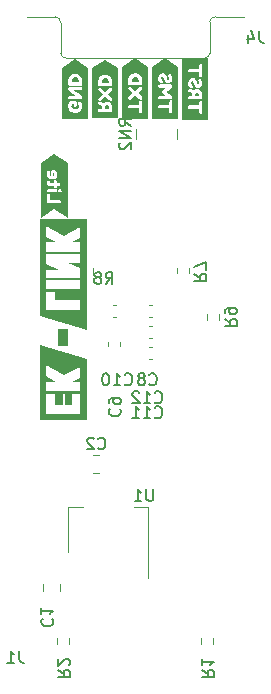
<source format=gbo>
%TF.GenerationSoftware,KiCad,Pcbnew,(5.1.12)-1*%
%TF.CreationDate,2021-12-13T23:08:50+08:00*%
%TF.ProjectId,PCB_EK-Link_Lite_Dev,5043425f-454b-42d4-9c69-6e6b5f4c6974,rev?*%
%TF.SameCoordinates,Original*%
%TF.FileFunction,Legend,Bot*%
%TF.FilePolarity,Positive*%
%FSLAX46Y46*%
G04 Gerber Fmt 4.6, Leading zero omitted, Abs format (unit mm)*
G04 Created by KiCad (PCBNEW (5.1.12)-1) date 2021-12-13 23:08:50*
%MOMM*%
%LPD*%
G01*
G04 APERTURE LIST*
%ADD10C,0.100000*%
%ADD11C,0.120000*%
%ADD12C,0.150000*%
G04 APERTURE END LIST*
D10*
G36*
X69977000Y-82042000D02*
G01*
X69723000Y-82042000D01*
X69723000Y-81153000D01*
X69977000Y-81153000D01*
X69977000Y-82042000D01*
G37*
X69977000Y-82042000D02*
X69723000Y-82042000D01*
X69723000Y-81153000D01*
X69977000Y-81153000D01*
X69977000Y-82042000D01*
G36*
X70612000Y-82042000D02*
G01*
X70231000Y-82042000D01*
X70231000Y-81153000D01*
X70612000Y-81153000D01*
X70612000Y-82042000D01*
G37*
X70612000Y-82042000D02*
X70231000Y-82042000D01*
X70231000Y-81153000D01*
X70612000Y-81153000D01*
X70612000Y-82042000D01*
%TO.C,svg2mod*%
G36*
X69210237Y-62534006D02*
G01*
X69261037Y-62473681D01*
X69319775Y-62501462D01*
X69342000Y-62580837D01*
X69299931Y-62683231D01*
X69210237Y-62734031D01*
X69210237Y-62534006D01*
G37*
G36*
X70478518Y-65054956D02*
G01*
X69891672Y-64995425D01*
X69902388Y-64913669D01*
X69887703Y-64825166D01*
X69843650Y-64781906D01*
X69761100Y-64773969D01*
X69923025Y-64107219D01*
X69955172Y-64065150D01*
X69965888Y-63983394D01*
X69955172Y-63903225D01*
X69923025Y-63862744D01*
X69880956Y-63847663D01*
X69826188Y-63845281D01*
X69771419Y-63847663D01*
X69730144Y-63861950D01*
X69697600Y-63904019D01*
X69688075Y-63984188D01*
X69697600Y-64064356D01*
X69730938Y-64106425D01*
X69773006Y-64120713D01*
X69827775Y-64123094D01*
X69882544Y-64120713D01*
X69923025Y-64107219D01*
X69761100Y-64773969D01*
X68973700Y-64773969D01*
X69435663Y-64123094D01*
X69490431Y-64120713D01*
X69532500Y-64107219D01*
X69563456Y-64065150D01*
X69573775Y-63983394D01*
X69546788Y-63875444D01*
X69478525Y-63846869D01*
X69432488Y-63845281D01*
X69322950Y-63734950D01*
X69415025Y-63757969D01*
X69509481Y-63750031D01*
X69551550Y-63727806D01*
X69572188Y-63664306D01*
X69565838Y-63611919D01*
X69729350Y-63611919D01*
X69783325Y-63609537D01*
X69821425Y-63594456D01*
X69851191Y-63553578D01*
X69861113Y-63472219D01*
X69846428Y-63386097D01*
X69802375Y-63343631D01*
X69721413Y-63335694D01*
X69565838Y-63335694D01*
X69572188Y-63230125D01*
X69569806Y-63176150D01*
X69554725Y-63134081D01*
X69513847Y-63103125D01*
X69432488Y-63092806D01*
X69351922Y-63103522D01*
X69310250Y-63135669D01*
X69296756Y-63177737D01*
X69294375Y-63232506D01*
X69300725Y-63335694D01*
X69081650Y-63335694D01*
X69019737Y-63322200D01*
X69000687Y-63271400D01*
X68998306Y-63214250D01*
X68983225Y-63172181D01*
X68954826Y-62984856D01*
X69050606Y-63018194D01*
X69153087Y-63029306D01*
X69277530Y-63014931D01*
X69384157Y-62971803D01*
X69472969Y-62899925D01*
X69539556Y-62806527D01*
X69579508Y-62698842D01*
X69592825Y-62576869D01*
X69583102Y-62473880D01*
X69553931Y-62385575D01*
X69505314Y-62311955D01*
X69437250Y-62253019D01*
X69350930Y-62212537D01*
X69257069Y-62199044D01*
X69172137Y-62211148D01*
X69112606Y-62247462D01*
X69065775Y-62354619D01*
X69065775Y-62730856D01*
X68991162Y-62678469D01*
X68961000Y-62573694D01*
X68965762Y-62491541D01*
X68980050Y-62429231D01*
X68986400Y-62411769D01*
X69003862Y-62348269D01*
X68932425Y-62260956D01*
X68859400Y-62240319D01*
X68797587Y-62261452D01*
X68753434Y-62324853D01*
X68726943Y-62430521D01*
X68718112Y-62578456D01*
X68728233Y-62689383D01*
X68758594Y-62787212D01*
X68805623Y-62868373D01*
X68865750Y-62929294D01*
X68954826Y-62984856D01*
X68983225Y-63172181D01*
X68876862Y-63135669D01*
X68796297Y-63146781D01*
X68754625Y-63180119D01*
X68741131Y-63222187D01*
X68738750Y-63275369D01*
X68747040Y-63376616D01*
X68771911Y-63460224D01*
X68813362Y-63526194D01*
X68874569Y-63573819D01*
X68958707Y-63602394D01*
X69065775Y-63611919D01*
X69300725Y-63611919D01*
X69295962Y-63677006D01*
X69322950Y-63734950D01*
X69432488Y-63845281D01*
X68876862Y-63845281D01*
X68822094Y-63847663D01*
X68780025Y-63862744D01*
X68749069Y-63903622D01*
X68738750Y-63984981D01*
X68749466Y-64065547D01*
X68781612Y-64107219D01*
X68822887Y-64120713D01*
X68878450Y-64123094D01*
X69435663Y-64123094D01*
X68973700Y-64773969D01*
X68973700Y-64342169D01*
X68961794Y-64265969D01*
X68924487Y-64234219D01*
X68857019Y-64226281D01*
X68789550Y-64234219D01*
X68754625Y-64261206D01*
X68738750Y-64343756D01*
X68738750Y-64915256D01*
X68753831Y-65003363D01*
X68799075Y-65045431D01*
X68880037Y-65054956D01*
X69762688Y-65054956D01*
X69817456Y-65052575D01*
X69859525Y-65037494D01*
X69891672Y-64995425D01*
X70478518Y-65054956D01*
X70478518Y-65567586D01*
X70478518Y-66325265D01*
X69342000Y-65567586D01*
X68205482Y-66325265D01*
X68205482Y-65567586D01*
X68205482Y-65054956D01*
X68205482Y-62199044D01*
X68205482Y-61686414D01*
X69342000Y-60928735D01*
X70478518Y-61686414D01*
X70478518Y-62199044D01*
X70478518Y-65054956D01*
G37*
G36*
X72075543Y-74111525D02*
G01*
X71562913Y-74111525D01*
X71562913Y-73251100D01*
X69365812Y-73251100D01*
X69365812Y-72533550D01*
X68645087Y-72355750D01*
X71562913Y-72355750D01*
X71562913Y-71520725D01*
X68645087Y-71520725D01*
X68645087Y-72355750D01*
X69365812Y-72533550D01*
X68645087Y-72533550D01*
X68645087Y-74111525D01*
X71562913Y-74111525D01*
X72075543Y-74111525D01*
X72075543Y-74624155D01*
X72075543Y-75807081D01*
X68132457Y-74624155D01*
X68645087Y-70669825D01*
X68645087Y-71428650D01*
X71562913Y-71428650D01*
X71562913Y-70574575D01*
X70486588Y-70104675D01*
X71562913Y-70104675D01*
X71562913Y-69323625D01*
X68645087Y-69323625D01*
X68645087Y-70218975D01*
X69743637Y-70669825D01*
X68645087Y-70669825D01*
X68132457Y-74624155D01*
X68132457Y-74111525D01*
X68645087Y-68361600D01*
X68645087Y-69152175D01*
X71562913Y-69152175D01*
X71562913Y-68358425D01*
X70864413Y-68358425D01*
X71562913Y-68018700D01*
X71562913Y-67069375D01*
X70194488Y-67805975D01*
X68645087Y-66945550D01*
X68645087Y-67882175D01*
X69508687Y-68361600D01*
X68645087Y-68361600D01*
X68132457Y-74111525D01*
X68132457Y-66945550D01*
X68132457Y-66432919D01*
X72075543Y-66432919D01*
X72075543Y-66945550D01*
X72075543Y-74111525D01*
G37*
G36*
X70519925Y-75726925D02*
G01*
X69688075Y-75726925D01*
X69688075Y-77181075D01*
X70519925Y-77181075D01*
X70519925Y-75726925D01*
G37*
G36*
X72075543Y-82930325D02*
G01*
X71562913Y-82930325D01*
X71562913Y-81241225D01*
X70810438Y-81241225D01*
X70810438Y-82133400D01*
X70499288Y-82133400D01*
X70499288Y-81241225D01*
X69749987Y-81241225D01*
X69749987Y-82136575D01*
X69378512Y-82136575D01*
X69378512Y-81241225D01*
X68645087Y-80987225D01*
X71562913Y-80987225D01*
X71562913Y-80193475D01*
X70864413Y-80193475D01*
X71562913Y-79853750D01*
X71562913Y-78904425D01*
X70194488Y-79641025D01*
X68645087Y-78780600D01*
X68645087Y-79717225D01*
X69508687Y-80196650D01*
X68645087Y-80196650D01*
X68645087Y-80987225D01*
X69378512Y-81241225D01*
X68645087Y-81241225D01*
X68645087Y-82930325D01*
X71562913Y-82930325D01*
X72075543Y-82930325D01*
X72075543Y-83442956D01*
X68132457Y-83442956D01*
X68132457Y-82930325D01*
X68132457Y-78780600D01*
X68132457Y-78267970D01*
X68132457Y-77085044D01*
X72075543Y-78267970D01*
X72075543Y-78780600D01*
X72075543Y-82930325D01*
G37*
G36*
X81298256Y-55991125D02*
G01*
X81298256Y-55787925D01*
X81333181Y-55695850D01*
X81437956Y-55649813D01*
X81543525Y-55695850D01*
X81579244Y-55791100D01*
X81579244Y-55991125D01*
X81298256Y-55991125D01*
G37*
G36*
X82391911Y-57472263D02*
G01*
X81861819Y-57356375D01*
X81861819Y-56473725D01*
X81849913Y-56399113D01*
X81812606Y-56367363D01*
X81745931Y-56359425D01*
X81680050Y-56367363D01*
X81645919Y-56394350D01*
X81631631Y-56475313D01*
X81631631Y-56778525D01*
X80833119Y-56778525D01*
X80779144Y-56780906D01*
X80738662Y-56795194D01*
X80706119Y-56837263D01*
X80696594Y-56916638D01*
X80706119Y-56995219D01*
X80738662Y-57036494D01*
X80779938Y-57050781D01*
X80834706Y-57053163D01*
X81631631Y-57053163D01*
X81631631Y-57357963D01*
X81643538Y-57432575D01*
X81680844Y-57464325D01*
X81747519Y-57472263D01*
X81813400Y-57464325D01*
X81847531Y-57437338D01*
X81861819Y-57356375D01*
X82391911Y-57472263D01*
X82391911Y-57984893D01*
X80168089Y-57984893D01*
X80778438Y-55638876D01*
X80874217Y-55680151D01*
X81020444Y-55741888D01*
X81017269Y-55791100D01*
X81017269Y-55991125D01*
X80837881Y-55991125D01*
X80783112Y-55993506D01*
X80741044Y-56008588D01*
X80708897Y-56050656D01*
X80698181Y-56132413D01*
X80712866Y-56220519D01*
X80756919Y-56262588D01*
X80839469Y-56272113D01*
X81720531Y-56272113D01*
X81775300Y-56269731D01*
X81817369Y-56254650D01*
X81849516Y-56212581D01*
X81860231Y-56130825D01*
X81860231Y-55787925D01*
X81848942Y-55695674D01*
X81815076Y-55605186D01*
X81758631Y-55516463D01*
X81700688Y-55458519D01*
X81625281Y-55411688D01*
X81536381Y-55380731D01*
X81437956Y-55370412D01*
X81325420Y-55383642D01*
X81226995Y-55423329D01*
X81142681Y-55489475D01*
X81077594Y-55461958D01*
X80994515Y-55425975D01*
X80893444Y-55381525D01*
X80860106Y-55252937D01*
X80951387Y-55294212D01*
X80998417Y-55277147D01*
X81058544Y-55225950D01*
X81096644Y-55141812D01*
X81076800Y-55088631D01*
X81017269Y-55017987D01*
X80965675Y-54954487D01*
X80941069Y-54878287D01*
X80954474Y-54796267D01*
X80994691Y-54747054D01*
X81061719Y-54730650D01*
X81122837Y-54771131D01*
X81158556Y-54871938D01*
X81173042Y-54934644D01*
X81194275Y-55002112D01*
X81221064Y-55069581D01*
X81252219Y-55132287D01*
X81295280Y-55187652D01*
X81357788Y-55233094D01*
X81437361Y-55263455D01*
X81531619Y-55273575D01*
X81620783Y-55262022D01*
X81702010Y-55227361D01*
X81775300Y-55169594D01*
X81833067Y-55091894D01*
X81867728Y-54997438D01*
X81879281Y-54886225D01*
X81873130Y-54795142D01*
X81854675Y-54712394D01*
X81804669Y-54603650D01*
X81774506Y-54563962D01*
X81696719Y-54514750D01*
X81609406Y-54552850D01*
X81549875Y-54607619D01*
X81530031Y-54663975D01*
X81561781Y-54746525D01*
X81577656Y-54764781D01*
X81598294Y-54789387D01*
X81618931Y-54874319D01*
X81594325Y-54960044D01*
X81526063Y-54994175D01*
X81455419Y-54953694D01*
X81418906Y-54852887D01*
X81406802Y-54789784D01*
X81389538Y-54721125D01*
X81367511Y-54652466D01*
X81341119Y-54589362D01*
X81302027Y-54533998D01*
X81241900Y-54488556D01*
X81163120Y-54458195D01*
X81068069Y-54448075D01*
X80971033Y-54458394D01*
X80886300Y-54489350D01*
X80816648Y-54536975D01*
X80764856Y-54597300D01*
X80718113Y-54684965D01*
X80690067Y-54776511D01*
X80680719Y-54871938D01*
X80685283Y-54944566D01*
X80698975Y-55013225D01*
X80744219Y-55121175D01*
X80794225Y-55192612D01*
X80842644Y-55238650D01*
X80860106Y-55252937D01*
X80893444Y-55381525D01*
X80810894Y-55357712D01*
X80755331Y-55382319D01*
X80709294Y-55456138D01*
X80687069Y-55537894D01*
X80702150Y-55588694D01*
X80733106Y-55618063D01*
X80778438Y-55638876D01*
X80168089Y-57984893D01*
X80168089Y-57472263D01*
X80168089Y-53271737D01*
X81631631Y-53690837D01*
X80833119Y-53690837D01*
X80779144Y-53693219D01*
X80738662Y-53707506D01*
X80706119Y-53749575D01*
X80696594Y-53828950D01*
X80706119Y-53907531D01*
X80738662Y-53948806D01*
X80779938Y-53963094D01*
X80834706Y-53965475D01*
X81631631Y-53965475D01*
X81631631Y-54270275D01*
X81643538Y-54344887D01*
X81680844Y-54376637D01*
X81747519Y-54384575D01*
X81813400Y-54376637D01*
X81847531Y-54349650D01*
X81861819Y-54268687D01*
X81861819Y-53386037D01*
X81849913Y-53311425D01*
X81812606Y-53279675D01*
X81745931Y-53271737D01*
X81680050Y-53279675D01*
X81645919Y-53306662D01*
X81631631Y-53387625D01*
X81631631Y-53690837D01*
X80168089Y-53271737D01*
X80168089Y-52759107D01*
X82391911Y-52759107D01*
X82391911Y-53271737D01*
X82391911Y-57472263D01*
G37*
G36*
X79851911Y-57444437D02*
G01*
X79321819Y-57328550D01*
X79321819Y-56445900D01*
X79309913Y-56371287D01*
X79272606Y-56339537D01*
X79205931Y-56331600D01*
X79140050Y-56339537D01*
X78299469Y-56244287D01*
X79180531Y-56244287D01*
X79235300Y-56241906D01*
X79277369Y-56226825D01*
X79308325Y-56183962D01*
X79318644Y-56103000D01*
X79308325Y-56029181D01*
X79286894Y-55988700D01*
X79277369Y-55979175D01*
X78804294Y-55618812D01*
X78937453Y-55518038D01*
X79051182Y-55431614D01*
X79145479Y-55359542D01*
X79220346Y-55301820D01*
X79275781Y-55258450D01*
X79307928Y-55213007D01*
X79318644Y-55130656D01*
X79307928Y-55049495D01*
X79275781Y-55007625D01*
X79232919Y-54992543D01*
X79177356Y-54990162D01*
X78296294Y-54990162D01*
X78320106Y-54845700D01*
X78411387Y-54886975D01*
X78458417Y-54869909D01*
X78518544Y-54818712D01*
X78556644Y-54734575D01*
X78536800Y-54681393D01*
X78477269Y-54610750D01*
X78425675Y-54547250D01*
X78401069Y-54471050D01*
X78414474Y-54389029D01*
X78454691Y-54339816D01*
X78521719Y-54323412D01*
X78582837Y-54363893D01*
X78618556Y-54464700D01*
X78633042Y-54527406D01*
X78654275Y-54594875D01*
X78681064Y-54662343D01*
X78712219Y-54725050D01*
X78755280Y-54780414D01*
X78817788Y-54825856D01*
X78897361Y-54856217D01*
X78991619Y-54866337D01*
X79080783Y-54854784D01*
X79162010Y-54820123D01*
X79235300Y-54762356D01*
X79293067Y-54684657D01*
X79327728Y-54590200D01*
X79339281Y-54478987D01*
X79333130Y-54387904D01*
X79314675Y-54305156D01*
X79264669Y-54196412D01*
X79234506Y-54156725D01*
X79156719Y-54107512D01*
X79069406Y-54145612D01*
X79009875Y-54200381D01*
X78990031Y-54256737D01*
X79021781Y-54339287D01*
X79037656Y-54357543D01*
X79058294Y-54382150D01*
X79078931Y-54467081D01*
X79054325Y-54552806D01*
X78986063Y-54586937D01*
X78915419Y-54546456D01*
X78878906Y-54445650D01*
X78866802Y-54382547D01*
X78849538Y-54313887D01*
X78827511Y-54245228D01*
X78801119Y-54182125D01*
X78762027Y-54126761D01*
X78701900Y-54081318D01*
X78623120Y-54050957D01*
X78528069Y-54040837D01*
X78431033Y-54051156D01*
X78346300Y-54082112D01*
X78276648Y-54129737D01*
X78224856Y-54190062D01*
X78178113Y-54277727D01*
X78150067Y-54369273D01*
X78140719Y-54464700D01*
X78145283Y-54537328D01*
X78158975Y-54605987D01*
X78204219Y-54713937D01*
X78254225Y-54785375D01*
X78302644Y-54831412D01*
X78320106Y-54845700D01*
X78296294Y-54990162D01*
X78209378Y-55005243D01*
X78167706Y-55050487D01*
X78158181Y-55126687D01*
X78166119Y-55199712D01*
X78185169Y-55240987D01*
X78216919Y-55263212D01*
X78299469Y-55271150D01*
X78831281Y-55271150D01*
X78767583Y-55319965D01*
X78674912Y-55387037D01*
X78587798Y-55449347D01*
X78540769Y-55483875D01*
X78503462Y-55512450D01*
X78474887Y-55551343D01*
X78456631Y-55618018D01*
X78473300Y-55683106D01*
X78505844Y-55725175D01*
X78523306Y-55737875D01*
X78585417Y-55785103D01*
X78692375Y-55863287D01*
X78791792Y-55935518D01*
X78831281Y-55964887D01*
X78296294Y-55964887D01*
X78241525Y-55967268D01*
X78201044Y-55982350D01*
X78168897Y-56025212D01*
X78158181Y-56106175D01*
X78168897Y-56184756D01*
X78201044Y-56226825D01*
X78242319Y-56241906D01*
X78299469Y-56244287D01*
X79140050Y-56339537D01*
X79105919Y-56366525D01*
X79091631Y-56447487D01*
X79091631Y-56750700D01*
X78293119Y-56750700D01*
X78239144Y-56753081D01*
X78198662Y-56767368D01*
X78166119Y-56809437D01*
X78156594Y-56888812D01*
X78166119Y-56967393D01*
X78198662Y-57008668D01*
X78239938Y-57022956D01*
X78294706Y-57025337D01*
X79091631Y-57025337D01*
X79091631Y-57330137D01*
X79103538Y-57404750D01*
X79140844Y-57436500D01*
X79207519Y-57444437D01*
X79273400Y-57436500D01*
X79307531Y-57409512D01*
X79321819Y-57328550D01*
X79851911Y-57444437D01*
X79851911Y-57957067D01*
X77628089Y-57957067D01*
X77628089Y-57444437D01*
X77628089Y-54040837D01*
X77628089Y-53528207D01*
X78740000Y-52786933D01*
X79851911Y-53528207D01*
X79851911Y-54040837D01*
X79851911Y-57444437D01*
G37*
G36*
X76493688Y-54630064D02*
G01*
X76493688Y-54782464D01*
X75893612Y-54782464D01*
X75893612Y-54628477D01*
X75914845Y-54519733D01*
X75978544Y-54422102D01*
X76074389Y-54353045D01*
X76192062Y-54330027D01*
X76310133Y-54352450D01*
X76407169Y-54419720D01*
X76472058Y-54517153D01*
X76493688Y-54630064D01*
G37*
G36*
X77317468Y-57439939D02*
G01*
X76776263Y-57324052D01*
X76776263Y-56441402D01*
X76764356Y-56366789D01*
X76727050Y-56335039D01*
X76660375Y-56327102D01*
X76594494Y-56335039D01*
X76560363Y-56362027D01*
X76546075Y-56442989D01*
X76546075Y-56746202D01*
X75747562Y-56746202D01*
X75693587Y-56748583D01*
X75653106Y-56762870D01*
X75620562Y-56804939D01*
X75611037Y-56884314D01*
X75620562Y-56962895D01*
X75653106Y-57004170D01*
X75694381Y-57018458D01*
X75749150Y-57020839D01*
X76546075Y-57020839D01*
X76546075Y-57325639D01*
X76557981Y-57400252D01*
X76595288Y-57432002D01*
X76661963Y-57439939D01*
X76727844Y-57432002D01*
X76761975Y-57405014D01*
X76776263Y-57324052D01*
X77317468Y-57439939D01*
X77317468Y-57952569D01*
X75082532Y-57952569D01*
X75849162Y-56223914D01*
X76200000Y-55904827D01*
X76550838Y-56223914D01*
X76650850Y-56279477D01*
X76748481Y-56217564D01*
X76804838Y-56113583D01*
X76741338Y-56015952D01*
X76395263Y-55714327D01*
X76741338Y-55412702D01*
X76804838Y-55315070D01*
X76749275Y-55212677D01*
X76650850Y-55150764D01*
X76550838Y-55204739D01*
X76200000Y-55523827D01*
X75849162Y-55204739D01*
X75747562Y-55150764D01*
X75650725Y-55211883D01*
X75595162Y-55315070D01*
X75658662Y-55412702D01*
X76004737Y-55714327D01*
X75658662Y-56015952D01*
X75595162Y-56113583D01*
X75651519Y-56216770D01*
X75747562Y-56279477D01*
X75849162Y-56223914D01*
X75082532Y-57952569D01*
X75082532Y-57439939D01*
X75082532Y-54049039D01*
X75709959Y-54309538D01*
X75655884Y-54408410D01*
X75623440Y-54516310D01*
X75612625Y-54633239D01*
X75612625Y-54923752D01*
X75622547Y-55002333D01*
X75652312Y-55044402D01*
X75753912Y-55063452D01*
X76636563Y-55063452D01*
X76692125Y-55061070D01*
X76733400Y-55045989D01*
X76765547Y-55003920D01*
X76776263Y-54922164D01*
X76774675Y-54628477D01*
X76764307Y-54516856D01*
X76733202Y-54412180D01*
X76681360Y-54314449D01*
X76608781Y-54223664D01*
X76521072Y-54147266D01*
X76423838Y-54092695D01*
X76317078Y-54059953D01*
X76200794Y-54049039D01*
X76084063Y-54059705D01*
X75975964Y-54091703D01*
X75876497Y-54145033D01*
X75785662Y-54219695D01*
X75709959Y-54309538D01*
X75082532Y-54049039D01*
X75082532Y-53536409D01*
X76200000Y-52791431D01*
X77317468Y-53536409D01*
X77317468Y-54049039D01*
X77317468Y-57439939D01*
G37*
G36*
X73672700Y-57059733D02*
G01*
X73672700Y-56856533D01*
X73707625Y-56764458D01*
X73812400Y-56718420D01*
X73917969Y-56764458D01*
X73953688Y-56859708D01*
X73953688Y-57059733D01*
X73672700Y-57059733D01*
G37*
G36*
X73953688Y-54729283D02*
G01*
X73953688Y-54881683D01*
X73353612Y-54881683D01*
X73353612Y-54727695D01*
X73374845Y-54618952D01*
X73438544Y-54521320D01*
X73534389Y-54452264D01*
X73652062Y-54429245D01*
X73770133Y-54451669D01*
X73867169Y-54518939D01*
X73932058Y-54616372D01*
X73953688Y-54729283D01*
G37*
G36*
X74777468Y-57340720D02*
G01*
X74234675Y-57199433D01*
X74234675Y-56856533D01*
X74223386Y-56764282D01*
X74189519Y-56673794D01*
X74133075Y-56585070D01*
X74075131Y-56527127D01*
X73999725Y-56480295D01*
X73910825Y-56449339D01*
X73812400Y-56439020D01*
X73699864Y-56452250D01*
X73601439Y-56491937D01*
X73517125Y-56558083D01*
X73452037Y-56530566D01*
X73368958Y-56494583D01*
X73267887Y-56450133D01*
X73309162Y-56323133D01*
X73660000Y-56004045D01*
X74010838Y-56323133D01*
X74110850Y-56378695D01*
X74208481Y-56316783D01*
X74264838Y-56212802D01*
X74201338Y-56115170D01*
X73855263Y-55813545D01*
X74201338Y-55511920D01*
X74264838Y-55414289D01*
X74209275Y-55311895D01*
X74110850Y-55249983D01*
X74010838Y-55303958D01*
X73660000Y-55623045D01*
X73309162Y-55303958D01*
X73207562Y-55249983D01*
X73110725Y-55311102D01*
X73055162Y-55414289D01*
X73118662Y-55511920D01*
X73464737Y-55813545D01*
X73118662Y-56115170D01*
X73055162Y-56212802D01*
X73111519Y-56315989D01*
X73207562Y-56378695D01*
X73309162Y-56323133D01*
X73267887Y-56450133D01*
X73185337Y-56426320D01*
X73129775Y-56450927D01*
X73083737Y-56524745D01*
X73061512Y-56606502D01*
X73076594Y-56657302D01*
X73107550Y-56686670D01*
X73152882Y-56707484D01*
X73248661Y-56748759D01*
X73394887Y-56810495D01*
X73391712Y-56859708D01*
X73391712Y-57059733D01*
X73212325Y-57059733D01*
X73157556Y-57062114D01*
X73115487Y-57077195D01*
X73083341Y-57119264D01*
X73072625Y-57201020D01*
X73087309Y-57289127D01*
X73131362Y-57331195D01*
X73213912Y-57340720D01*
X74094975Y-57340720D01*
X74149744Y-57338339D01*
X74191813Y-57323258D01*
X74223959Y-57281189D01*
X74234675Y-57199433D01*
X74777468Y-57340720D01*
X74777468Y-57853351D01*
X72542532Y-57853351D01*
X72542532Y-57340720D01*
X72542532Y-54148258D01*
X73169959Y-54408757D01*
X73115884Y-54507628D01*
X73083440Y-54615529D01*
X73072625Y-54732458D01*
X73072625Y-55022970D01*
X73082547Y-55101552D01*
X73112312Y-55143620D01*
X73213912Y-55162670D01*
X74096563Y-55162670D01*
X74152125Y-55160289D01*
X74193400Y-55145208D01*
X74225547Y-55103139D01*
X74236263Y-55021383D01*
X74234675Y-54727695D01*
X74224307Y-54616074D01*
X74193202Y-54511399D01*
X74141360Y-54413668D01*
X74068781Y-54322883D01*
X73981072Y-54246485D01*
X73883838Y-54191914D01*
X73777078Y-54159172D01*
X73660794Y-54148258D01*
X73544063Y-54158924D01*
X73435964Y-54190922D01*
X73336497Y-54244252D01*
X73245662Y-54318914D01*
X73169959Y-54408757D01*
X72542532Y-54148258D01*
X72542532Y-53635628D01*
X73660000Y-52890649D01*
X74777468Y-53635628D01*
X74777468Y-54148258D01*
X74777468Y-57340720D01*
G37*
G36*
X71418450Y-54666577D02*
G01*
X71418450Y-54818977D01*
X70818375Y-54818977D01*
X70818375Y-54664989D01*
X70839608Y-54556245D01*
X70903306Y-54458614D01*
X70999152Y-54389558D01*
X71116825Y-54366539D01*
X71234895Y-54388963D01*
X71331931Y-54456233D01*
X71396820Y-54553666D01*
X71418450Y-54666577D01*
G37*
G36*
X72232705Y-57400252D02*
G01*
X71624974Y-57129583D01*
X71677808Y-57028777D01*
X71709508Y-56920033D01*
X71720075Y-56803352D01*
X71706317Y-56680761D01*
X71665042Y-56562757D01*
X71596250Y-56449339D01*
X71525606Y-56406477D01*
X71435913Y-56442989D01*
X71372809Y-56502124D01*
X71351775Y-56555702D01*
X71395431Y-56652539D01*
X71428173Y-56725564D01*
X71439088Y-56811289D01*
X71417855Y-56925192D01*
X71354156Y-57025602D01*
X71256128Y-57095849D01*
X71131906Y-57119264D01*
X71044947Y-57108681D01*
X70967159Y-57076931D01*
X70898544Y-57024014D01*
X70826511Y-56922414D01*
X70802500Y-56808114D01*
X70809644Y-56725167D01*
X70831075Y-56650952D01*
X71004112Y-56650952D01*
X71004112Y-56776364D01*
X71016812Y-56846214D01*
X71054119Y-56873202D01*
X71120794Y-56879552D01*
X71188263Y-56872408D01*
X71223188Y-56846214D01*
X71237475Y-56770014D01*
X71237475Y-56490614D01*
X71193025Y-56385839D01*
X71104125Y-56369964D01*
X70677087Y-56242964D01*
X71562913Y-56242964D01*
X71651019Y-56227883D01*
X71688325Y-56182639D01*
X71697850Y-56104852D01*
X71689119Y-56029445D01*
X71669275Y-55990552D01*
X71628000Y-55954039D01*
X71484728Y-55848559D01*
X71358654Y-55755425D01*
X71249778Y-55674639D01*
X71158100Y-55606200D01*
X71083620Y-55550109D01*
X71026337Y-55506364D01*
X71562913Y-55506364D01*
X71651019Y-55491283D01*
X71688325Y-55446039D01*
X71697850Y-55370633D01*
X71689913Y-55297608D01*
X71670863Y-55256333D01*
X71637525Y-55236489D01*
X71556563Y-55226964D01*
X70675500Y-55226964D01*
X70619938Y-55229345D01*
X70578662Y-55244427D01*
X70546516Y-55286495D01*
X70535800Y-55368252D01*
X70545325Y-55453977D01*
X70575487Y-55493664D01*
X70725065Y-55605936D01*
X70856299Y-55704625D01*
X70969187Y-55789733D01*
X71063732Y-55861259D01*
X71139932Y-55919202D01*
X71197788Y-55963564D01*
X70675500Y-55963564D01*
X70619938Y-55965945D01*
X70578662Y-55981027D01*
X70546516Y-56023095D01*
X70535800Y-56104852D01*
X70546516Y-56184227D01*
X70578662Y-56225502D01*
X70621525Y-56240583D01*
X70677087Y-56242964D01*
X71104125Y-56369964D01*
X70754875Y-56369964D01*
X70658037Y-56414414D01*
X70597613Y-56489424D01*
X70554453Y-56581102D01*
X70528557Y-56689449D01*
X70519925Y-56814464D01*
X70531087Y-56928863D01*
X70564573Y-57035524D01*
X70620384Y-57134445D01*
X70698519Y-57225627D01*
X70792429Y-57302025D01*
X70895567Y-57356595D01*
X71007932Y-57389338D01*
X71129525Y-57400252D01*
X71250522Y-57389139D01*
X71361102Y-57355802D01*
X71461263Y-57300239D01*
X71551006Y-57222452D01*
X71624974Y-57129583D01*
X72232705Y-57400252D01*
X72232705Y-57912882D01*
X70007295Y-57912882D01*
X70007295Y-57400252D01*
X70007295Y-54085552D01*
X70634721Y-54346051D01*
X70580647Y-54444922D01*
X70548202Y-54552822D01*
X70537387Y-54669752D01*
X70537387Y-54960264D01*
X70547309Y-55038845D01*
X70577075Y-55080914D01*
X70678675Y-55099964D01*
X71561325Y-55099964D01*
X71616888Y-55097583D01*
X71658163Y-55082502D01*
X71690309Y-55040433D01*
X71701025Y-54958677D01*
X71699438Y-54664989D01*
X71689069Y-54553368D01*
X71657964Y-54448692D01*
X71606122Y-54350962D01*
X71533544Y-54260177D01*
X71445834Y-54183778D01*
X71348600Y-54129208D01*
X71241841Y-54096466D01*
X71125556Y-54085552D01*
X71008825Y-54096218D01*
X70900727Y-54128216D01*
X70801260Y-54181546D01*
X70710425Y-54256208D01*
X70634721Y-54346051D01*
X70007295Y-54085552D01*
X70007295Y-53572922D01*
X71120000Y-52831118D01*
X72232705Y-53572922D01*
X72232705Y-54085552D01*
X72232705Y-57400252D01*
G37*
D11*
%TO.C,U1*%
X77324000Y-96810000D02*
X77324000Y-90800000D01*
X70504000Y-94560000D02*
X70504000Y-90800000D01*
X77324000Y-90800000D02*
X76064000Y-90800000D01*
X70504000Y-90800000D02*
X71764000Y-90800000D01*
%TO.C,RN2*%
X76258000Y-59582000D02*
X76258000Y-58782000D01*
X79698000Y-59582000D02*
X79698000Y-58782000D01*
%TO.C,R9*%
X82281500Y-74913258D02*
X82281500Y-74438742D01*
X83326500Y-74913258D02*
X83326500Y-74438742D01*
%TO.C,R8*%
X71613500Y-71039258D02*
X71613500Y-70564742D01*
X72658500Y-71039258D02*
X72658500Y-70564742D01*
%TO.C,R7*%
X80786500Y-70501742D02*
X80786500Y-70976258D01*
X79741500Y-70501742D02*
X79741500Y-70976258D01*
%TO.C,R2*%
X70626500Y-101870742D02*
X70626500Y-102345258D01*
X69581500Y-101870742D02*
X69581500Y-102345258D01*
%TO.C,R1*%
X82818500Y-101870742D02*
X82818500Y-102345258D01*
X81773500Y-101870742D02*
X81773500Y-102345258D01*
%TO.C,J3*%
X69400000Y-49260000D02*
X67000000Y-49260000D01*
X69900000Y-52410000D02*
X69900000Y-49760000D01*
X70300000Y-52760000D02*
X82100000Y-52760000D01*
X82500000Y-52360000D02*
X82500000Y-49710000D01*
X83000000Y-49260000D02*
X85400000Y-49260000D01*
X83050000Y-49260000D02*
G75*
G03*
X82500000Y-49710000I-50000J-500000D01*
G01*
X82100000Y-52760000D02*
G75*
G03*
X82500000Y-52360000I0J400000D01*
G01*
X69900000Y-52360000D02*
G75*
G03*
X70300000Y-52760000I400000J0D01*
G01*
X69900000Y-49760000D02*
G75*
G03*
X69400000Y-49260000I-500000J0D01*
G01*
%TO.C,C12*%
X77610580Y-76456000D02*
X77329420Y-76456000D01*
X77610580Y-75436000D02*
X77329420Y-75436000D01*
%TO.C,C11*%
X77610580Y-78234000D02*
X77329420Y-78234000D01*
X77610580Y-77214000D02*
X77329420Y-77214000D01*
%TO.C,C10*%
X74281420Y-73658000D02*
X74562580Y-73658000D01*
X74281420Y-74678000D02*
X74562580Y-74678000D01*
%TO.C,C9*%
X73912000Y-77102580D02*
X73912000Y-76821420D01*
X74932000Y-77102580D02*
X74932000Y-76821420D01*
%TO.C,C8*%
X77610580Y-74678000D02*
X77329420Y-74678000D01*
X77610580Y-73658000D02*
X77329420Y-73658000D01*
%TO.C,C2*%
X73159252Y-87857000D02*
X72636748Y-87857000D01*
X73159252Y-86387000D02*
X72636748Y-86387000D01*
%TO.C,C1*%
X69823000Y-97335748D02*
X69823000Y-97858252D01*
X68353000Y-97335748D02*
X68353000Y-97858252D01*
%TO.C,J4*%
D12*
X86693333Y-50462380D02*
X86693333Y-51176666D01*
X86740952Y-51319523D01*
X86836190Y-51414761D01*
X86979047Y-51462380D01*
X87074285Y-51462380D01*
X85788571Y-50795714D02*
X85788571Y-51462380D01*
X86026666Y-50414761D02*
X86264761Y-51129047D01*
X85645714Y-51129047D01*
%TO.C,J1*%
X66373333Y-102957380D02*
X66373333Y-103671666D01*
X66420952Y-103814523D01*
X66516190Y-103909761D01*
X66659047Y-103957380D01*
X66754285Y-103957380D01*
X65373333Y-103957380D02*
X65944761Y-103957380D01*
X65659047Y-103957380D02*
X65659047Y-102957380D01*
X65754285Y-103100238D01*
X65849523Y-103195476D01*
X65944761Y-103243095D01*
%TO.C,U1*%
X77723904Y-89266380D02*
X77723904Y-90075904D01*
X77676285Y-90171142D01*
X77628666Y-90218761D01*
X77533428Y-90266380D01*
X77342952Y-90266380D01*
X77247714Y-90218761D01*
X77200095Y-90171142D01*
X77152476Y-90075904D01*
X77152476Y-89266380D01*
X76152476Y-90266380D02*
X76723904Y-90266380D01*
X76438190Y-90266380D02*
X76438190Y-89266380D01*
X76533428Y-89409238D01*
X76628666Y-89504476D01*
X76723904Y-89552095D01*
%TO.C,RN2*%
X75830380Y-58491523D02*
X75354190Y-58158190D01*
X75830380Y-57920095D02*
X74830380Y-57920095D01*
X74830380Y-58301047D01*
X74878000Y-58396285D01*
X74925619Y-58443904D01*
X75020857Y-58491523D01*
X75163714Y-58491523D01*
X75258952Y-58443904D01*
X75306571Y-58396285D01*
X75354190Y-58301047D01*
X75354190Y-57920095D01*
X75830380Y-58920095D02*
X74830380Y-58920095D01*
X75830380Y-59491523D01*
X74830380Y-59491523D01*
X74925619Y-59920095D02*
X74878000Y-59967714D01*
X74830380Y-60062952D01*
X74830380Y-60301047D01*
X74878000Y-60396285D01*
X74925619Y-60443904D01*
X75020857Y-60491523D01*
X75116095Y-60491523D01*
X75258952Y-60443904D01*
X75830380Y-59872476D01*
X75830380Y-60491523D01*
%TO.C,R9*%
X83781619Y-74842666D02*
X84257809Y-75176000D01*
X83781619Y-75414095D02*
X84781619Y-75414095D01*
X84781619Y-75033142D01*
X84734000Y-74937904D01*
X84686380Y-74890285D01*
X84591142Y-74842666D01*
X84448285Y-74842666D01*
X84353047Y-74890285D01*
X84305428Y-74937904D01*
X84257809Y-75033142D01*
X84257809Y-75414095D01*
X83781619Y-74366476D02*
X83781619Y-74176000D01*
X83829238Y-74080761D01*
X83876857Y-74033142D01*
X84019714Y-73937904D01*
X84210190Y-73890285D01*
X84591142Y-73890285D01*
X84686380Y-73937904D01*
X84734000Y-73985523D01*
X84781619Y-74080761D01*
X84781619Y-74271238D01*
X84734000Y-74366476D01*
X84686380Y-74414095D01*
X84591142Y-74461714D01*
X84353047Y-74461714D01*
X84257809Y-74414095D01*
X84210190Y-74366476D01*
X84162571Y-74271238D01*
X84162571Y-74080761D01*
X84210190Y-73985523D01*
X84257809Y-73937904D01*
X84353047Y-73890285D01*
%TO.C,R8*%
X73699666Y-71889380D02*
X74033000Y-71413190D01*
X74271095Y-71889380D02*
X74271095Y-70889380D01*
X73890142Y-70889380D01*
X73794904Y-70937000D01*
X73747285Y-70984619D01*
X73699666Y-71079857D01*
X73699666Y-71222714D01*
X73747285Y-71317952D01*
X73794904Y-71365571D01*
X73890142Y-71413190D01*
X74271095Y-71413190D01*
X73128238Y-71317952D02*
X73223476Y-71270333D01*
X73271095Y-71222714D01*
X73318714Y-71127476D01*
X73318714Y-71079857D01*
X73271095Y-70984619D01*
X73223476Y-70937000D01*
X73128238Y-70889380D01*
X72937761Y-70889380D01*
X72842523Y-70937000D01*
X72794904Y-70984619D01*
X72747285Y-71079857D01*
X72747285Y-71127476D01*
X72794904Y-71222714D01*
X72842523Y-71270333D01*
X72937761Y-71317952D01*
X73128238Y-71317952D01*
X73223476Y-71365571D01*
X73271095Y-71413190D01*
X73318714Y-71508428D01*
X73318714Y-71698904D01*
X73271095Y-71794142D01*
X73223476Y-71841761D01*
X73128238Y-71889380D01*
X72937761Y-71889380D01*
X72842523Y-71841761D01*
X72794904Y-71794142D01*
X72747285Y-71698904D01*
X72747285Y-71508428D01*
X72794904Y-71413190D01*
X72842523Y-71365571D01*
X72937761Y-71317952D01*
%TO.C,R7*%
X81208619Y-71032666D02*
X81684809Y-71366000D01*
X81208619Y-71604095D02*
X82208619Y-71604095D01*
X82208619Y-71223142D01*
X82161000Y-71127904D01*
X82113380Y-71080285D01*
X82018142Y-71032666D01*
X81875285Y-71032666D01*
X81780047Y-71080285D01*
X81732428Y-71127904D01*
X81684809Y-71223142D01*
X81684809Y-71604095D01*
X82208619Y-70699333D02*
X82208619Y-70032666D01*
X81208619Y-70461238D01*
%TO.C,R2*%
X69651619Y-104560666D02*
X70127809Y-104894000D01*
X69651619Y-105132095D02*
X70651619Y-105132095D01*
X70651619Y-104751142D01*
X70604000Y-104655904D01*
X70556380Y-104608285D01*
X70461142Y-104560666D01*
X70318285Y-104560666D01*
X70223047Y-104608285D01*
X70175428Y-104655904D01*
X70127809Y-104751142D01*
X70127809Y-105132095D01*
X70556380Y-104179714D02*
X70604000Y-104132095D01*
X70651619Y-104036857D01*
X70651619Y-103798761D01*
X70604000Y-103703523D01*
X70556380Y-103655904D01*
X70461142Y-103608285D01*
X70365904Y-103608285D01*
X70223047Y-103655904D01*
X69651619Y-104227333D01*
X69651619Y-103608285D01*
%TO.C,R1*%
X81843619Y-104560666D02*
X82319809Y-104894000D01*
X81843619Y-105132095D02*
X82843619Y-105132095D01*
X82843619Y-104751142D01*
X82796000Y-104655904D01*
X82748380Y-104608285D01*
X82653142Y-104560666D01*
X82510285Y-104560666D01*
X82415047Y-104608285D01*
X82367428Y-104655904D01*
X82319809Y-104751142D01*
X82319809Y-105132095D01*
X81843619Y-103608285D02*
X81843619Y-104179714D01*
X81843619Y-103894000D02*
X82843619Y-103894000D01*
X82700761Y-103989238D01*
X82605523Y-104084476D01*
X82557904Y-104179714D01*
%TO.C,C12*%
X77858857Y-81891142D02*
X77906476Y-81938761D01*
X78049333Y-81986380D01*
X78144571Y-81986380D01*
X78287428Y-81938761D01*
X78382666Y-81843523D01*
X78430285Y-81748285D01*
X78477904Y-81557809D01*
X78477904Y-81414952D01*
X78430285Y-81224476D01*
X78382666Y-81129238D01*
X78287428Y-81034000D01*
X78144571Y-80986380D01*
X78049333Y-80986380D01*
X77906476Y-81034000D01*
X77858857Y-81081619D01*
X76906476Y-81986380D02*
X77477904Y-81986380D01*
X77192190Y-81986380D02*
X77192190Y-80986380D01*
X77287428Y-81129238D01*
X77382666Y-81224476D01*
X77477904Y-81272095D01*
X76525523Y-81081619D02*
X76477904Y-81034000D01*
X76382666Y-80986380D01*
X76144571Y-80986380D01*
X76049333Y-81034000D01*
X76001714Y-81081619D01*
X75954095Y-81176857D01*
X75954095Y-81272095D01*
X76001714Y-81414952D01*
X76573142Y-81986380D01*
X75954095Y-81986380D01*
%TO.C,C11*%
X77858857Y-83161142D02*
X77906476Y-83208761D01*
X78049333Y-83256380D01*
X78144571Y-83256380D01*
X78287428Y-83208761D01*
X78382666Y-83113523D01*
X78430285Y-83018285D01*
X78477904Y-82827809D01*
X78477904Y-82684952D01*
X78430285Y-82494476D01*
X78382666Y-82399238D01*
X78287428Y-82304000D01*
X78144571Y-82256380D01*
X78049333Y-82256380D01*
X77906476Y-82304000D01*
X77858857Y-82351619D01*
X76906476Y-83256380D02*
X77477904Y-83256380D01*
X77192190Y-83256380D02*
X77192190Y-82256380D01*
X77287428Y-82399238D01*
X77382666Y-82494476D01*
X77477904Y-82542095D01*
X75954095Y-83256380D02*
X76525523Y-83256380D01*
X76239809Y-83256380D02*
X76239809Y-82256380D01*
X76335047Y-82399238D01*
X76430285Y-82494476D01*
X76525523Y-82542095D01*
%TO.C,C10*%
X75318857Y-80367142D02*
X75366476Y-80414761D01*
X75509333Y-80462380D01*
X75604571Y-80462380D01*
X75747428Y-80414761D01*
X75842666Y-80319523D01*
X75890285Y-80224285D01*
X75937904Y-80033809D01*
X75937904Y-79890952D01*
X75890285Y-79700476D01*
X75842666Y-79605238D01*
X75747428Y-79510000D01*
X75604571Y-79462380D01*
X75509333Y-79462380D01*
X75366476Y-79510000D01*
X75318857Y-79557619D01*
X74366476Y-80462380D02*
X74937904Y-80462380D01*
X74652190Y-80462380D02*
X74652190Y-79462380D01*
X74747428Y-79605238D01*
X74842666Y-79700476D01*
X74937904Y-79748095D01*
X73747428Y-79462380D02*
X73652190Y-79462380D01*
X73556952Y-79510000D01*
X73509333Y-79557619D01*
X73461714Y-79652857D01*
X73414095Y-79843333D01*
X73414095Y-80081428D01*
X73461714Y-80271904D01*
X73509333Y-80367142D01*
X73556952Y-80414761D01*
X73652190Y-80462380D01*
X73747428Y-80462380D01*
X73842666Y-80414761D01*
X73890285Y-80367142D01*
X73937904Y-80271904D01*
X73985523Y-80081428D01*
X73985523Y-79843333D01*
X73937904Y-79652857D01*
X73890285Y-79557619D01*
X73842666Y-79510000D01*
X73747428Y-79462380D01*
%TO.C,C9*%
X74064857Y-82462666D02*
X74017238Y-82510285D01*
X73969619Y-82653142D01*
X73969619Y-82748380D01*
X74017238Y-82891238D01*
X74112476Y-82986476D01*
X74207714Y-83034095D01*
X74398190Y-83081714D01*
X74541047Y-83081714D01*
X74731523Y-83034095D01*
X74826761Y-82986476D01*
X74922000Y-82891238D01*
X74969619Y-82748380D01*
X74969619Y-82653142D01*
X74922000Y-82510285D01*
X74874380Y-82462666D01*
X73969619Y-81986476D02*
X73969619Y-81796000D01*
X74017238Y-81700761D01*
X74064857Y-81653142D01*
X74207714Y-81557904D01*
X74398190Y-81510285D01*
X74779142Y-81510285D01*
X74874380Y-81557904D01*
X74922000Y-81605523D01*
X74969619Y-81700761D01*
X74969619Y-81891238D01*
X74922000Y-81986476D01*
X74874380Y-82034095D01*
X74779142Y-82081714D01*
X74541047Y-82081714D01*
X74445809Y-82034095D01*
X74398190Y-81986476D01*
X74350571Y-81891238D01*
X74350571Y-81700761D01*
X74398190Y-81605523D01*
X74445809Y-81557904D01*
X74541047Y-81510285D01*
%TO.C,C8*%
X77395666Y-80367142D02*
X77443285Y-80414761D01*
X77586142Y-80462380D01*
X77681380Y-80462380D01*
X77824238Y-80414761D01*
X77919476Y-80319523D01*
X77967095Y-80224285D01*
X78014714Y-80033809D01*
X78014714Y-79890952D01*
X77967095Y-79700476D01*
X77919476Y-79605238D01*
X77824238Y-79510000D01*
X77681380Y-79462380D01*
X77586142Y-79462380D01*
X77443285Y-79510000D01*
X77395666Y-79557619D01*
X76824238Y-79890952D02*
X76919476Y-79843333D01*
X76967095Y-79795714D01*
X77014714Y-79700476D01*
X77014714Y-79652857D01*
X76967095Y-79557619D01*
X76919476Y-79510000D01*
X76824238Y-79462380D01*
X76633761Y-79462380D01*
X76538523Y-79510000D01*
X76490904Y-79557619D01*
X76443285Y-79652857D01*
X76443285Y-79700476D01*
X76490904Y-79795714D01*
X76538523Y-79843333D01*
X76633761Y-79890952D01*
X76824238Y-79890952D01*
X76919476Y-79938571D01*
X76967095Y-79986190D01*
X77014714Y-80081428D01*
X77014714Y-80271904D01*
X76967095Y-80367142D01*
X76919476Y-80414761D01*
X76824238Y-80462380D01*
X76633761Y-80462380D01*
X76538523Y-80414761D01*
X76490904Y-80367142D01*
X76443285Y-80271904D01*
X76443285Y-80081428D01*
X76490904Y-79986190D01*
X76538523Y-79938571D01*
X76633761Y-79890952D01*
%TO.C,C2*%
X73064666Y-85799142D02*
X73112285Y-85846761D01*
X73255142Y-85894380D01*
X73350380Y-85894380D01*
X73493238Y-85846761D01*
X73588476Y-85751523D01*
X73636095Y-85656285D01*
X73683714Y-85465809D01*
X73683714Y-85322952D01*
X73636095Y-85132476D01*
X73588476Y-85037238D01*
X73493238Y-84942000D01*
X73350380Y-84894380D01*
X73255142Y-84894380D01*
X73112285Y-84942000D01*
X73064666Y-84989619D01*
X72683714Y-84989619D02*
X72636095Y-84942000D01*
X72540857Y-84894380D01*
X72302761Y-84894380D01*
X72207523Y-84942000D01*
X72159904Y-84989619D01*
X72112285Y-85084857D01*
X72112285Y-85180095D01*
X72159904Y-85322952D01*
X72731333Y-85894380D01*
X72112285Y-85894380D01*
%TO.C,C1*%
X68349857Y-100242666D02*
X68302238Y-100290285D01*
X68254619Y-100433142D01*
X68254619Y-100528380D01*
X68302238Y-100671238D01*
X68397476Y-100766476D01*
X68492714Y-100814095D01*
X68683190Y-100861714D01*
X68826047Y-100861714D01*
X69016523Y-100814095D01*
X69111761Y-100766476D01*
X69207000Y-100671238D01*
X69254619Y-100528380D01*
X69254619Y-100433142D01*
X69207000Y-100290285D01*
X69159380Y-100242666D01*
X68254619Y-99290285D02*
X68254619Y-99861714D01*
X68254619Y-99576000D02*
X69254619Y-99576000D01*
X69111761Y-99671238D01*
X69016523Y-99766476D01*
X68968904Y-99861714D01*
%TD*%
M02*

</source>
